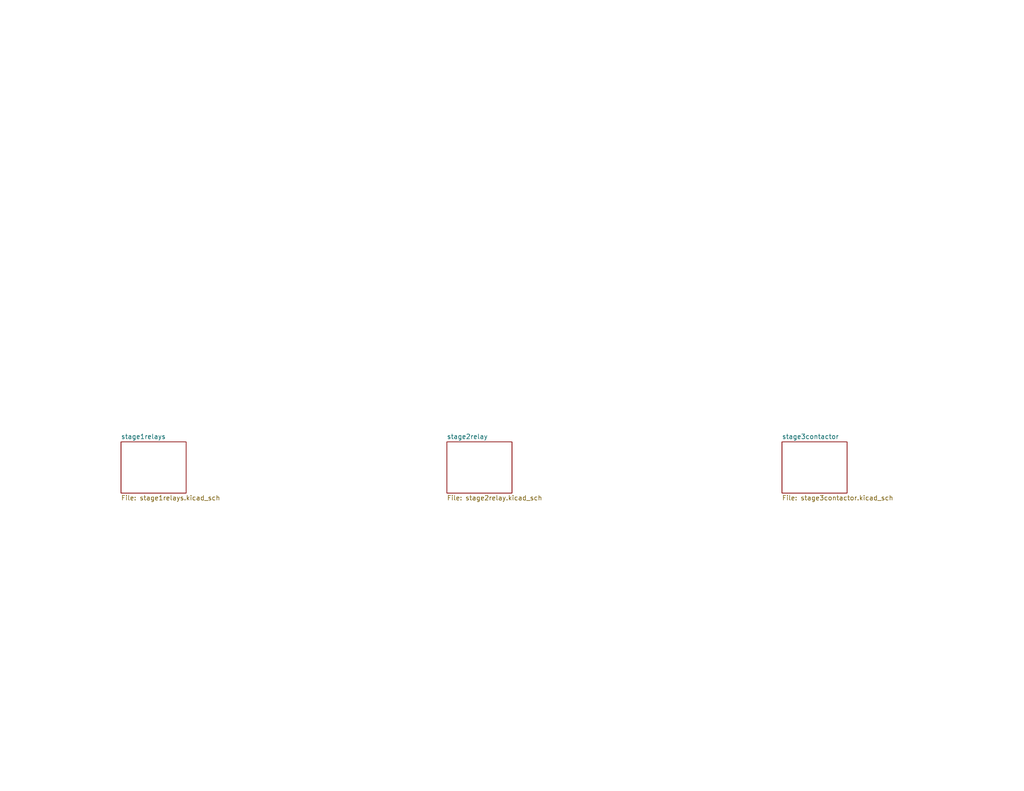
<source format=kicad_sch>
(kicad_sch (version 20211123) (generator eeschema)
  (paper "USLetter")
  (title_block (date "2022-10-09") (rev "3") (company "Corey Rice & MakeHaven"))
  (lib_symbols)
  (sheet (at 213.36 120.65) (size 17.78 13.97) (stroke (width 0.1524))
    (property "Sheet name" "stage3contactor" (at 213.36 119.9384 0) (effects (justify left bottom)))
    (property "Sheet file" "stage3contactor.kicad_sch" (at 213.36 135.2046 0) (effects (justify left top)))
  )
  (sheet (at 33.02 120.65) (size 17.78 13.97) (stroke (width 0.1524))
    (property "Sheet name" "stage1relays" (at 33.02 119.9384 0) (effects (justify left bottom)))
    (property "Sheet file" "stage1relays.kicad_sch" (at 33.02 135.2046 0) (effects (justify left top)))
  )
  (sheet (at 121.92 120.65) (size 17.78 13.97) (stroke (width 0.1524))
    (property "Sheet name" "stage2relay" (at 121.92 119.9384 0) (effects (justify left bottom)))
    (property "Sheet file" "stage2relay.kicad_sch" (at 121.92 135.2046 0) (effects (justify left top)))
  )
)
</source>
